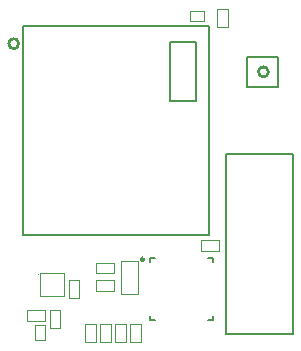
<source format=gto>
G04*
G04 #@! TF.GenerationSoftware,Altium Limited,Altium Designer,18.1.1 (9)*
G04*
G04 Layer_Color=65535*
%FSLAX44Y44*%
%MOMM*%
G71*
G01*
G75*
%ADD10C,0.2540*%
%ADD11C,0.1000*%
%ADD12C,0.2500*%
%ADD13C,0.1200*%
%ADD14C,0.2000*%
%ADD15C,0.0800*%
%ADD16C,0.1500*%
D10*
X17243Y267700D02*
G03*
X17243Y267700I-4243J0D01*
G01*
X228643Y243800D02*
G03*
X228643Y243800I-4243J0D01*
G01*
D11*
X34242Y72330D02*
G03*
X34242Y72330I-112J0D01*
G01*
D12*
X123350Y85100D02*
G03*
X123350Y85100I-1250J0D01*
G01*
D13*
X82880Y82270D02*
X97970D01*
Y73140D02*
Y82270D01*
X82880Y73140D02*
X97970D01*
X82880D02*
Y82270D01*
X103490Y56040D02*
X118490D01*
Y84040D01*
X103490D02*
X118490D01*
X103490Y56040D02*
Y84040D01*
X82930Y67180D02*
X98020D01*
Y58050D02*
Y67180D01*
X82930Y58050D02*
X98020D01*
X82930Y67180D02*
X82930Y58050D01*
X194290Y296790D02*
X194290Y281860D01*
X185160D02*
X194290D01*
X185160D02*
Y296790D01*
X194290Y296790D01*
X82740Y30090D02*
X82740Y15160D01*
X73610D02*
X82740D01*
X73610D02*
Y30090D01*
X82740Y30090D01*
X95400Y15160D02*
X95400Y30090D01*
X86270Y15160D02*
X95400Y15160D01*
X86270Y15160D02*
Y30090D01*
X95400D01*
X108100Y15160D02*
X108100Y30090D01*
X98970Y15160D02*
X108100Y15160D01*
X98970Y15160D02*
Y30090D01*
X108100D01*
X186800Y101250D02*
X186800Y92120D01*
X171710Y101250D02*
X186800D01*
X171710Y92120D02*
Y101250D01*
Y92120D02*
X186800D01*
X59520Y52130D02*
X68650Y52130D01*
Y67220D01*
X59520D02*
X68650D01*
X59520Y52130D02*
Y67220D01*
X24690Y32880D02*
Y42010D01*
Y32880D02*
X39620D01*
Y42010D01*
X24690D02*
X39620D01*
X43500Y26910D02*
X52630Y26910D01*
Y41840D01*
X43500D02*
X52630D01*
X43500Y26910D02*
Y41840D01*
X111560Y30090D02*
X120690D01*
X111560Y15160D02*
Y30090D01*
Y15160D02*
X120690D01*
Y30090D01*
D14*
X21000Y254700D02*
Y282700D01*
X178000D01*
Y105700D02*
Y282700D01*
X21000Y105700D02*
X178000D01*
X21000D02*
Y254700D01*
X167500Y219100D02*
Y269100D01*
X145500Y219100D02*
X167500D01*
X145500D02*
Y269100D01*
X167500D01*
X210400Y230800D02*
X236400D01*
Y256800D01*
X210400D02*
X236400D01*
X210400Y230800D02*
Y256800D01*
X128600Y82850D02*
Y86600D01*
X132350D01*
X177850D02*
X181600D01*
Y82850D02*
Y86600D01*
Y33600D02*
Y37350D01*
X177850Y33600D02*
X181600D01*
X128600D02*
Y37350D01*
Y33600D02*
X132350D01*
D15*
X162200Y286700D02*
Y295700D01*
X174200D01*
Y286700D02*
Y295700D01*
X162200Y286700D02*
X174200D01*
X35680Y73680D02*
X55680D01*
Y53680D02*
Y73680D01*
X35680Y53680D02*
X55680D01*
X35680D02*
Y73680D01*
X39790Y17200D02*
X39790Y29200D01*
X30790D02*
X39790D01*
X30790Y17200D02*
X30790Y29200D01*
X30790Y17200D02*
X39790Y17200D01*
D16*
X249500Y22080D02*
Y174080D01*
Y22080D02*
Y22080D01*
X192500Y22080D02*
X249500D01*
X192500D02*
Y174080D01*
X249500D01*
M02*

</source>
